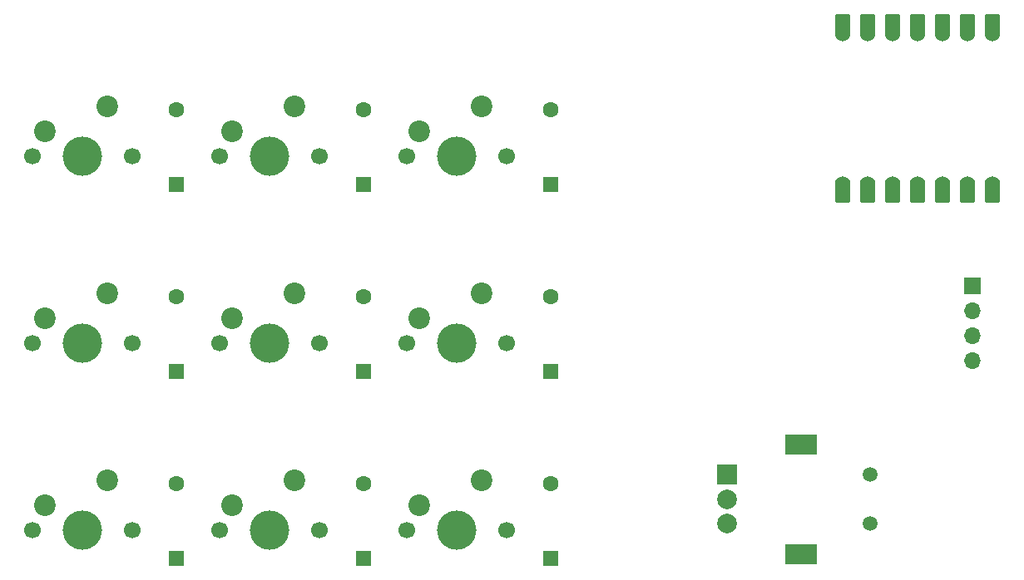
<source format=gbr>
%TF.GenerationSoftware,KiCad,Pcbnew,9.0.2*%
%TF.CreationDate,2025-07-02T20:50:27-04:00*%
%TF.ProjectId,Hackpad,4861636b-7061-4642-9e6b-696361645f70,rev?*%
%TF.SameCoordinates,Original*%
%TF.FileFunction,Soldermask,Top*%
%TF.FilePolarity,Negative*%
%FSLAX46Y46*%
G04 Gerber Fmt 4.6, Leading zero omitted, Abs format (unit mm)*
G04 Created by KiCad (PCBNEW 9.0.2) date 2025-07-02 20:50:27*
%MOMM*%
%LPD*%
G01*
G04 APERTURE LIST*
G04 Aperture macros list*
%AMRoundRect*
0 Rectangle with rounded corners*
0 $1 Rounding radius*
0 $2 $3 $4 $5 $6 $7 $8 $9 X,Y pos of 4 corners*
0 Add a 4 corners polygon primitive as box body*
4,1,4,$2,$3,$4,$5,$6,$7,$8,$9,$2,$3,0*
0 Add four circle primitives for the rounded corners*
1,1,$1+$1,$2,$3*
1,1,$1+$1,$4,$5*
1,1,$1+$1,$6,$7*
1,1,$1+$1,$8,$9*
0 Add four rect primitives between the rounded corners*
20,1,$1+$1,$2,$3,$4,$5,0*
20,1,$1+$1,$4,$5,$6,$7,0*
20,1,$1+$1,$6,$7,$8,$9,0*
20,1,$1+$1,$8,$9,$2,$3,0*%
G04 Aperture macros list end*
%ADD10O,1.700000X1.700000*%
%ADD11R,1.700000X1.700000*%
%ADD12C,1.700000*%
%ADD13C,4.000000*%
%ADD14C,2.200000*%
%ADD15RoundRect,0.250000X0.550000X-0.550000X0.550000X0.550000X-0.550000X0.550000X-0.550000X-0.550000X0*%
%ADD16C,1.600000*%
%ADD17RoundRect,0.152400X0.609600X-1.063600X0.609600X1.063600X-0.609600X1.063600X-0.609600X-1.063600X0*%
%ADD18C,1.524000*%
%ADD19RoundRect,0.152400X-0.609600X1.063600X-0.609600X-1.063600X0.609600X-1.063600X0.609600X1.063600X0*%
%ADD20C,1.500000*%
%ADD21R,2.000000X2.000000*%
%ADD22C,2.000000*%
%ADD23R,3.200000X2.000000*%
G04 APERTURE END LIST*
D10*
%TO.C,U2*%
X223915000Y-87525000D03*
X223915000Y-84985000D03*
X223915000Y-82445000D03*
D11*
X223915000Y-79905000D03*
%TD*%
D12*
%TO.C,SW7*%
X128270000Y-104775000D03*
D13*
X133350000Y-104775000D03*
D12*
X138430000Y-104775000D03*
D14*
X135890000Y-99695000D03*
X129540000Y-102235000D03*
%TD*%
D12*
%TO.C,SW5*%
X147320000Y-85725000D03*
D13*
X152400000Y-85725000D03*
D12*
X157480000Y-85725000D03*
D14*
X154940000Y-80645000D03*
X148590000Y-83185000D03*
%TD*%
D15*
%TO.C,D9*%
X180975000Y-107632500D03*
D16*
X180975000Y-100012500D03*
%TD*%
D15*
%TO.C,D8*%
X161925000Y-107632500D03*
D16*
X161925000Y-100012500D03*
%TD*%
D15*
%TO.C,D6*%
X180975000Y-88582500D03*
D16*
X180975000Y-80962500D03*
%TD*%
D12*
%TO.C,SW1*%
X128270000Y-66675000D03*
D13*
X133350000Y-66675000D03*
D12*
X138430000Y-66675000D03*
D14*
X135890000Y-61595000D03*
X129540000Y-64135000D03*
%TD*%
D12*
%TO.C,SW6*%
X166370000Y-85725000D03*
D13*
X171450000Y-85725000D03*
D12*
X176530000Y-85725000D03*
D14*
X173990000Y-80645000D03*
X167640000Y-83185000D03*
%TD*%
D12*
%TO.C,SW2*%
X147320000Y-66675000D03*
D13*
X152400000Y-66675000D03*
D12*
X157480000Y-66675000D03*
D14*
X154940000Y-61595000D03*
X148590000Y-64135000D03*
%TD*%
D17*
%TO.C,U1*%
X225920000Y-53345000D03*
D18*
X225920000Y-54180000D03*
D17*
X223380000Y-53345000D03*
D18*
X223380000Y-54180000D03*
D17*
X220840000Y-53345000D03*
D18*
X220840000Y-54180000D03*
D17*
X218300000Y-53345000D03*
D18*
X218300000Y-54180000D03*
D17*
X215760000Y-53345000D03*
D18*
X215760000Y-54180000D03*
D17*
X213220000Y-53345000D03*
D18*
X213220000Y-54180000D03*
D17*
X210680000Y-53345000D03*
D18*
X210680000Y-54180000D03*
X210680000Y-69420000D03*
D19*
X210680000Y-70255000D03*
D18*
X213220000Y-69420000D03*
D19*
X213220000Y-70255000D03*
D18*
X215760000Y-69420000D03*
D19*
X215760000Y-70255000D03*
D18*
X218300000Y-69420000D03*
D19*
X218300000Y-70255000D03*
D18*
X220840000Y-69420000D03*
D19*
X220840000Y-70255000D03*
D18*
X223380000Y-69420000D03*
D19*
X223380000Y-70255000D03*
D18*
X225920000Y-69420000D03*
D19*
X225920000Y-70255000D03*
%TD*%
D15*
%TO.C,D5*%
X161925000Y-88582500D03*
D16*
X161925000Y-80962500D03*
%TD*%
D12*
%TO.C,SW3*%
X166370000Y-66675000D03*
D13*
X171450000Y-66675000D03*
D12*
X176530000Y-66675000D03*
D14*
X173990000Y-61595000D03*
X167640000Y-64135000D03*
%TD*%
D12*
%TO.C,SW8*%
X147320000Y-104775000D03*
D13*
X152400000Y-104775000D03*
D12*
X157480000Y-104775000D03*
D14*
X154940000Y-99695000D03*
X148590000Y-102235000D03*
%TD*%
D15*
%TO.C,D4*%
X142875000Y-88582500D03*
D16*
X142875000Y-80962500D03*
%TD*%
D12*
%TO.C,SW9*%
X166370000Y-104775000D03*
D13*
X171450000Y-104775000D03*
D12*
X176530000Y-104775000D03*
D14*
X173990000Y-99695000D03*
X167640000Y-102235000D03*
%TD*%
D15*
%TO.C,D1*%
X142875000Y-69532500D03*
D16*
X142875000Y-61912500D03*
%TD*%
D15*
%TO.C,D7*%
X142875000Y-107632500D03*
D16*
X142875000Y-100012500D03*
%TD*%
D15*
%TO.C,D2*%
X161925000Y-69578750D03*
D16*
X161925000Y-61958750D03*
%TD*%
D20*
%TO.C,SW10*%
X213475000Y-99100000D03*
X213475000Y-104100000D03*
D21*
X198975000Y-99100000D03*
D22*
X198975000Y-104100000D03*
X198975000Y-101600000D03*
D23*
X206475000Y-96000000D03*
X206475000Y-107200000D03*
%TD*%
D12*
%TO.C,SW4*%
X128270000Y-85725000D03*
D13*
X133350000Y-85725000D03*
D12*
X138430000Y-85725000D03*
D14*
X135890000Y-80645000D03*
X129540000Y-83185000D03*
%TD*%
D15*
%TO.C,D3*%
X180975000Y-69532500D03*
D16*
X180975000Y-61912500D03*
%TD*%
M02*

</source>
